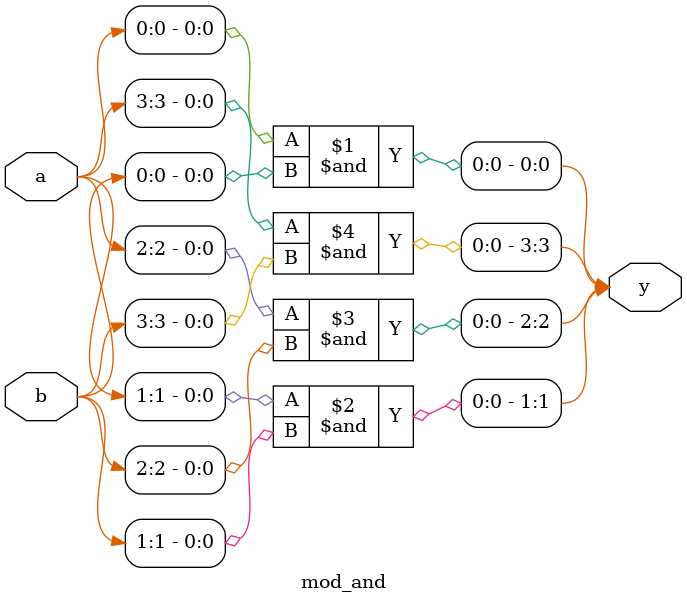
<source format=sv>
module mod_and #(parameter width = 4) (input logic signed[width-1:0] a, b, 
												 output logic signed[width-1:0] y);
	genvar i;
	generate
		for (i = 0; i < width; i++) begin: forloop
			and dut(y[i], a[i], b[i]);
		end
	endgenerate

endmodule
</source>
